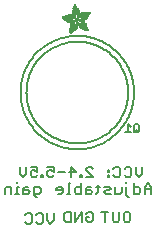
<source format=gbr>
G04 EAGLE Gerber RS-274X export*
G75*
%MOMM*%
%FSLAX34Y34*%
%LPD*%
%INSilkscreen Bottom*%
%IPPOS*%
%AMOC8*
5,1,8,0,0,1.08239X$1,22.5*%
G01*
%ADD10C,0.152400*%
%ADD11C,0.127000*%
%ADD12R,0.034300X0.003800*%
%ADD13R,0.057200X0.003800*%
%ADD14R,0.076200X0.003800*%
%ADD15R,0.091400X0.003800*%
%ADD16R,0.102900X0.003800*%
%ADD17R,0.114300X0.003900*%
%ADD18R,0.129500X0.003800*%
%ADD19R,0.137200X0.003800*%
%ADD20R,0.144800X0.003800*%
%ADD21R,0.152400X0.003800*%
%ADD22R,0.160000X0.003800*%
%ADD23R,0.171500X0.003800*%
%ADD24R,0.175300X0.003800*%
%ADD25R,0.182900X0.003800*%
%ADD26R,0.190500X0.003800*%
%ADD27R,0.194300X0.003900*%
%ADD28R,0.201900X0.003800*%
%ADD29R,0.209500X0.003800*%
%ADD30R,0.213400X0.003800*%
%ADD31R,0.221000X0.003800*%
%ADD32R,0.224800X0.003800*%
%ADD33R,0.232400X0.003800*%
%ADD34R,0.240000X0.003800*%
%ADD35R,0.243800X0.003800*%
%ADD36R,0.247600X0.003800*%
%ADD37R,0.255300X0.003900*%
%ADD38R,0.259100X0.003800*%
%ADD39R,0.262900X0.003800*%
%ADD40R,0.270500X0.003800*%
%ADD41R,0.274300X0.003800*%
%ADD42R,0.281900X0.003800*%
%ADD43R,0.285700X0.003800*%
%ADD44R,0.289500X0.003800*%
%ADD45R,0.297200X0.003800*%
%ADD46R,0.301000X0.003800*%
%ADD47R,0.304800X0.003900*%
%ADD48R,0.312400X0.003800*%
%ADD49R,0.316200X0.003800*%
%ADD50R,0.320000X0.003800*%
%ADD51R,0.327600X0.003800*%
%ADD52R,0.331500X0.003800*%
%ADD53R,0.339100X0.003800*%
%ADD54R,0.342900X0.003800*%
%ADD55R,0.346700X0.003800*%
%ADD56R,0.354300X0.003800*%
%ADD57R,0.358100X0.003900*%
%ADD58R,0.361900X0.003800*%
%ADD59R,0.369600X0.003800*%
%ADD60R,0.373400X0.003800*%
%ADD61R,0.377200X0.003800*%
%ADD62R,0.384800X0.003800*%
%ADD63R,0.388600X0.003800*%
%ADD64R,0.396200X0.003800*%
%ADD65R,0.400000X0.003800*%
%ADD66R,0.403800X0.003800*%
%ADD67R,0.411500X0.003900*%
%ADD68R,0.415300X0.003800*%
%ADD69R,0.419100X0.003800*%
%ADD70R,0.045700X0.003800*%
%ADD71R,0.426700X0.003800*%
%ADD72R,0.072400X0.003800*%
%ADD73R,0.430500X0.003800*%
%ADD74R,0.095300X0.003800*%
%ADD75R,0.438100X0.003800*%
%ADD76R,0.110500X0.003800*%
%ADD77R,0.441900X0.003800*%
%ADD78R,0.445800X0.003800*%
%ADD79R,0.144700X0.003800*%
%ADD80R,0.453400X0.003800*%
%ADD81R,0.457200X0.003800*%
%ADD82R,0.175300X0.003900*%
%ADD83R,0.461000X0.003900*%
%ADD84R,0.468600X0.003800*%
%ADD85R,0.205800X0.003800*%
%ADD86R,0.472400X0.003800*%
%ADD87R,0.217200X0.003800*%
%ADD88R,0.476200X0.003800*%
%ADD89R,0.483900X0.003800*%
%ADD90R,0.247700X0.003800*%
%ADD91R,0.487700X0.003800*%
%ADD92R,0.495300X0.003800*%
%ADD93R,0.499100X0.003800*%
%ADD94R,0.502900X0.003800*%
%ADD95R,0.510500X0.003800*%
%ADD96R,0.308600X0.003900*%
%ADD97R,0.514300X0.003900*%
%ADD98R,0.323800X0.003800*%
%ADD99R,0.518100X0.003800*%
%ADD100R,0.335300X0.003800*%
%ADD101R,0.525800X0.003800*%
%ADD102R,0.529600X0.003800*%
%ADD103R,0.358100X0.003800*%
%ADD104R,0.533400X0.003800*%
%ADD105R,0.537200X0.003800*%
%ADD106R,0.381000X0.003800*%
%ADD107R,0.544800X0.003800*%
%ADD108R,0.392400X0.003800*%
%ADD109R,0.548600X0.003800*%
%ADD110R,0.552400X0.003800*%
%ADD111R,0.556200X0.003800*%
%ADD112R,0.422900X0.003900*%
%ADD113R,0.560100X0.003900*%
%ADD114R,0.434300X0.003800*%
%ADD115R,0.563900X0.003800*%
%ADD116R,0.567700X0.003800*%
%ADD117R,0.461000X0.003800*%
%ADD118R,0.571500X0.003800*%
%ADD119R,0.575300X0.003800*%
%ADD120R,0.480100X0.003800*%
%ADD121R,0.579100X0.003800*%
%ADD122R,0.491500X0.003800*%
%ADD123R,0.582900X0.003800*%
%ADD124R,0.586700X0.003800*%
%ADD125R,0.510600X0.003800*%
%ADD126R,0.590500X0.003800*%
%ADD127R,0.522000X0.003800*%
%ADD128R,0.594300X0.003800*%
%ADD129R,0.533400X0.003900*%
%ADD130R,0.598200X0.003900*%
%ADD131R,0.541000X0.003800*%
%ADD132R,0.602000X0.003800*%
%ADD133R,0.552500X0.003800*%
%ADD134R,0.605800X0.003800*%
%ADD135R,0.560100X0.003800*%
%ADD136R,0.609600X0.003800*%
%ADD137R,0.613400X0.003800*%
%ADD138R,0.583000X0.003800*%
%ADD139R,0.617200X0.003800*%
%ADD140R,0.594400X0.003800*%
%ADD141R,0.621000X0.003800*%
%ADD142R,0.598200X0.003800*%
%ADD143R,0.624800X0.003800*%
%ADD144R,0.613500X0.003900*%
%ADD145R,0.628600X0.003900*%
%ADD146R,0.632400X0.003800*%
%ADD147R,0.628600X0.003800*%
%ADD148R,0.636300X0.003800*%
%ADD149R,0.640100X0.003800*%
%ADD150R,0.636200X0.003800*%
%ADD151R,0.643900X0.003800*%
%ADD152R,0.647700X0.003800*%
%ADD153R,0.651500X0.003800*%
%ADD154R,0.659100X0.003800*%
%ADD155R,0.659100X0.003900*%
%ADD156R,0.655300X0.003900*%
%ADD157R,0.662900X0.003800*%
%ADD158R,0.655300X0.003800*%
%ADD159R,0.670500X0.003800*%
%ADD160R,0.670600X0.003800*%
%ADD161R,0.674400X0.003800*%
%ADD162R,0.682000X0.003800*%
%ADD163R,0.666700X0.003800*%
%ADD164R,0.685800X0.003800*%
%ADD165R,0.689600X0.003800*%
%ADD166R,0.693400X0.003900*%
%ADD167R,0.674400X0.003900*%
%ADD168R,0.697200X0.003800*%
%ADD169R,0.678200X0.003800*%
%ADD170R,0.697300X0.003800*%
%ADD171R,0.701100X0.003800*%
%ADD172R,0.704900X0.003800*%
%ADD173R,0.708700X0.003800*%
%ADD174R,0.712500X0.003800*%
%ADD175R,0.716300X0.003800*%
%ADD176R,0.720100X0.003900*%
%ADD177R,0.689600X0.003900*%
%ADD178R,0.720000X0.003800*%
%ADD179R,0.693400X0.003800*%
%ADD180R,0.723900X0.003800*%
%ADD181R,0.727700X0.003800*%
%ADD182R,0.731500X0.003800*%
%ADD183R,0.701000X0.003800*%
%ADD184R,0.735300X0.003800*%
%ADD185R,0.731500X0.003900*%
%ADD186R,0.701000X0.003900*%
%ADD187R,0.704800X0.003800*%
%ADD188R,0.739100X0.003800*%
%ADD189R,0.743000X0.003800*%
%ADD190R,0.739200X0.003800*%
%ADD191R,0.743000X0.003900*%
%ADD192R,0.704800X0.003900*%
%ADD193R,0.746800X0.003800*%
%ADD194R,0.746800X0.003900*%
%ADD195R,0.742900X0.003800*%
%ADD196R,0.746700X0.003800*%
%ADD197R,0.746700X0.003900*%
%ADD198R,1.428800X0.003800*%
%ADD199R,1.424900X0.003800*%
%ADD200R,1.421100X0.003900*%
%ADD201R,1.421100X0.003800*%
%ADD202R,1.417300X0.003800*%
%ADD203R,1.413500X0.003800*%
%ADD204R,1.409700X0.003800*%
%ADD205R,1.405900X0.003800*%
%ADD206R,1.402100X0.003800*%
%ADD207R,1.398300X0.003800*%
%ADD208R,0.983000X0.003900*%
%ADD209R,0.384800X0.003900*%
%ADD210R,0.971600X0.003800*%
%ADD211R,0.963900X0.003800*%
%ADD212R,0.956300X0.003800*%
%ADD213R,0.365800X0.003800*%
%ADD214R,0.952500X0.003800*%
%ADD215R,0.941000X0.003800*%
%ADD216R,0.358200X0.003800*%
%ADD217R,0.937200X0.003800*%
%ADD218R,0.933400X0.003800*%
%ADD219R,0.354400X0.003800*%
%ADD220R,0.925800X0.003800*%
%ADD221R,0.350500X0.003800*%
%ADD222R,0.922000X0.003800*%
%ADD223R,0.918200X0.003900*%
%ADD224R,0.346700X0.003900*%
%ADD225R,0.910600X0.003800*%
%ADD226R,0.906800X0.003800*%
%ADD227R,0.903000X0.003800*%
%ADD228R,0.339000X0.003800*%
%ADD229R,0.895300X0.003800*%
%ADD230R,0.335200X0.003800*%
%ADD231R,0.887700X0.003800*%
%ADD232R,0.883900X0.003800*%
%ADD233R,0.331400X0.003800*%
%ADD234R,0.880100X0.003800*%
%ADD235R,0.876300X0.003800*%
%ADD236R,0.468600X0.003900*%
%ADD237R,0.396200X0.003900*%
%ADD238R,0.323800X0.003900*%
%ADD239R,0.449600X0.003800*%
%ADD240R,0.323900X0.003800*%
%ADD241R,0.442000X0.003800*%
%ADD242R,0.434400X0.003800*%
%ADD243R,0.320100X0.003800*%
%ADD244R,0.316300X0.003800*%
%ADD245R,0.426800X0.003800*%
%ADD246R,0.327700X0.003800*%
%ADD247R,0.312500X0.003800*%
%ADD248R,0.422900X0.003800*%
%ADD249R,0.308600X0.003800*%
%ADD250R,0.293400X0.003800*%
%ADD251R,0.304800X0.003800*%
%ADD252R,0.419100X0.003900*%
%ADD253R,0.285700X0.003900*%
%ADD254R,0.301000X0.003900*%
%ADD255R,0.411500X0.003800*%
%ADD256R,0.407700X0.003800*%
%ADD257R,0.289600X0.003800*%
%ADD258R,0.285800X0.003800*%
%ADD259R,0.403900X0.003800*%
%ADD260R,0.228600X0.003800*%
%ADD261R,0.403900X0.003900*%
%ADD262R,0.221000X0.003900*%
%ADD263R,0.278100X0.003900*%
%ADD264R,0.400100X0.003800*%
%ADD265R,0.209600X0.003800*%
%ADD266R,0.266700X0.003800*%
%ADD267R,0.038100X0.003800*%
%ADD268R,0.194300X0.003800*%
%ADD269R,0.148600X0.003800*%
%ADD270R,0.259000X0.003800*%
%ADD271R,0.182800X0.003800*%
%ADD272R,0.186700X0.003800*%
%ADD273R,0.251400X0.003800*%
%ADD274R,0.179100X0.003800*%
%ADD275R,0.236200X0.003800*%
%ADD276R,0.243900X0.003900*%
%ADD277R,0.282000X0.003900*%
%ADD278R,0.167700X0.003800*%
%ADD279R,0.236300X0.003800*%
%ADD280R,0.396300X0.003800*%
%ADD281R,0.163900X0.003800*%
%ADD282R,0.392500X0.003800*%
%ADD283R,0.160100X0.003800*%
%ADD284R,0.586800X0.003800*%
%ADD285R,0.148500X0.003800*%
%ADD286R,0.140900X0.003800*%
%ADD287R,0.392400X0.003900*%
%ADD288R,0.140900X0.003900*%
%ADD289R,0.647700X0.003900*%
%ADD290R,0.133300X0.003800*%
%ADD291R,0.674300X0.003800*%
%ADD292R,0.388700X0.003800*%
%ADD293R,0.125700X0.003800*%
%ADD294R,0.121900X0.003800*%
%ADD295R,0.720100X0.003800*%
%ADD296R,0.118100X0.003800*%
%ADD297R,0.118100X0.003900*%
%ADD298R,0.739100X0.003900*%
%ADD299R,0.114300X0.003800*%
%ADD300R,0.754400X0.003800*%
%ADD301R,0.765800X0.003800*%
%ADD302R,0.773400X0.003800*%
%ADD303R,0.784800X0.003800*%
%ADD304R,0.118200X0.003800*%
%ADD305R,0.792500X0.003800*%
%ADD306R,0.803900X0.003800*%
%ADD307R,0.122000X0.003800*%
%ADD308R,0.815400X0.003800*%
%ADD309R,0.125800X0.003800*%
%ADD310R,0.826800X0.003800*%
%ADD311R,0.369500X0.003900*%
%ADD312R,0.133400X0.003900*%
%ADD313R,0.842000X0.003900*%
%ADD314R,0.365700X0.003800*%
%ADD315R,1.009700X0.003800*%
%ADD316R,1.013500X0.003800*%
%ADD317R,0.362000X0.003800*%
%ADD318R,1.024900X0.003800*%
%ADD319R,1.028700X0.003800*%
%ADD320R,1.036300X0.003800*%
%ADD321R,1.047800X0.003800*%
%ADD322R,1.055400X0.003800*%
%ADD323R,1.070600X0.003800*%
%ADD324R,0.030500X0.003800*%
%ADD325R,1.436400X0.003800*%
%ADD326R,1.562100X0.003900*%
%ADD327R,1.588700X0.003800*%
%ADD328R,1.607800X0.003800*%
%ADD329R,1.626900X0.003800*%
%ADD330R,1.642100X0.003800*%
%ADD331R,1.657400X0.003800*%
%ADD332R,1.676400X0.003800*%
%ADD333R,1.687800X0.003800*%
%ADD334R,1.703000X0.003800*%
%ADD335R,1.714500X0.003800*%
%ADD336R,1.726000X0.003900*%
%ADD337R,1.741200X0.003800*%
%ADD338R,0.914400X0.003800*%
%ADD339R,0.769600X0.003800*%
%ADD340R,0.884000X0.003800*%
%ADD341R,0.712400X0.003800*%
%ADD342R,0.880100X0.003900*%
%ADD343R,0.887800X0.003800*%
%ADD344R,0.891600X0.003800*%
%ADD345R,0.895400X0.003800*%
%ADD346R,0.251500X0.003800*%
%ADD347R,0.579200X0.003900*%
%ADD348R,0.243900X0.003800*%
%ADD349R,0.556300X0.003800*%
%ADD350R,0.255200X0.003800*%
%ADD351R,0.529500X0.003800*%
%ADD352R,0.731600X0.003800*%
%ADD353R,0.525800X0.003900*%
%ADD354R,0.281900X0.003900*%
%ADD355R,0.735400X0.003900*%
%ADD356R,0.300900X0.003800*%
%ADD357R,0.762000X0.003800*%
%ADD358R,0.518200X0.003800*%
%ADD359R,0.350600X0.003800*%
%ADD360R,0.796300X0.003800*%
%ADD361R,0.807800X0.003800*%
%ADD362R,0.506700X0.003800*%
%ADD363R,0.849600X0.003800*%
%ADD364R,0.506700X0.003900*%
%ADD365R,1.371600X0.003900*%
%ADD366R,1.207800X0.003800*%
%ADD367R,0.503000X0.003800*%
%ADD368R,0.141000X0.003800*%
%ADD369R,1.203900X0.003800*%
%ADD370R,1.204000X0.003800*%
%ADD371R,1.200200X0.003800*%
%ADD372R,0.499100X0.003900*%
%ADD373R,0.156200X0.003900*%
%ADD374R,1.196400X0.003900*%
%ADD375R,1.196400X0.003800*%
%ADD376R,0.163800X0.003800*%
%ADD377R,0.167600X0.003800*%
%ADD378R,1.192500X0.003800*%
%ADD379R,0.499200X0.003800*%
%ADD380R,1.188700X0.003800*%
%ADD381R,0.506800X0.003800*%
%ADD382R,1.184900X0.003800*%
%ADD383R,0.510600X0.003900*%
%ADD384R,0.209600X0.003900*%
%ADD385R,1.181100X0.003900*%
%ADD386R,0.514400X0.003800*%
%ADD387R,1.181100X0.003800*%
%ADD388R,1.177300X0.003800*%
%ADD389R,0.240100X0.003800*%
%ADD390R,1.173500X0.003800*%
%ADD391R,1.169700X0.003800*%
%ADD392R,1.165900X0.003800*%
%ADD393R,1.162100X0.003800*%
%ADD394R,0.929700X0.003900*%
%ADD395R,1.162100X0.003900*%
%ADD396R,0.929700X0.003800*%
%ADD397R,1.154500X0.003800*%
%ADD398R,0.933500X0.003800*%
%ADD399R,1.150600X0.003800*%
%ADD400R,0.937300X0.003800*%
%ADD401R,1.146800X0.003800*%
%ADD402R,0.941100X0.003800*%
%ADD403R,1.139200X0.003800*%
%ADD404R,0.944900X0.003800*%
%ADD405R,1.135400X0.003800*%
%ADD406R,0.948700X0.003800*%
%ADD407R,1.127800X0.003800*%
%ADD408R,1.124000X0.003800*%
%ADD409R,1.116400X0.003800*%
%ADD410R,0.956300X0.003900*%
%ADD411R,1.104900X0.003900*%
%ADD412R,0.960100X0.003800*%
%ADD413R,1.093500X0.003800*%
%ADD414R,1.085900X0.003800*%
%ADD415R,0.967800X0.003800*%
%ADD416R,1.074500X0.003800*%
%ADD417R,1.063000X0.003800*%
%ADD418R,0.975400X0.003800*%
%ADD419R,1.036400X0.003800*%
%ADD420R,0.979200X0.003800*%
%ADD421R,1.021000X0.003800*%
%ADD422R,0.983000X0.003800*%
%ADD423R,1.009600X0.003800*%
%ADD424R,0.986800X0.003800*%
%ADD425R,0.998200X0.003800*%
%ADD426R,0.990600X0.003900*%
%ADD427R,0.986700X0.003900*%
%ADD428R,0.994400X0.003800*%
%ADD429R,0.975300X0.003800*%
%ADD430R,0.948600X0.003800*%
%ADD431R,1.002000X0.003800*%
%ADD432R,0.213300X0.003800*%
%ADD433R,0.217100X0.003800*%
%ADD434R,1.017300X0.003800*%
%ADD435R,0.666800X0.003800*%
%ADD436R,0.220900X0.003800*%
%ADD437R,1.028700X0.003900*%
%ADD438R,0.224700X0.003900*%
%ADD439R,1.032500X0.003800*%
%ADD440R,1.040100X0.003800*%
%ADD441R,1.043900X0.003800*%
%ADD442R,0.548700X0.003800*%
%ADD443R,1.051500X0.003800*%
%ADD444R,1.055300X0.003800*%
%ADD445R,1.059100X0.003800*%
%ADD446R,1.062900X0.003800*%
%ADD447R,0.255300X0.003800*%
%ADD448R,1.066800X0.003900*%
%ADD449R,0.259100X0.003900*%
%ADD450R,0.457200X0.003900*%
%ADD451R,0.423000X0.003800*%
%ADD452R,1.082100X0.003800*%
%ADD453R,0.274400X0.003800*%
%ADD454R,0.278200X0.003800*%
%ADD455R,1.101100X0.003800*%
%ADD456R,0.278100X0.003800*%
%ADD457R,0.876300X0.003900*%
%ADD458R,0.236200X0.003900*%
%ADD459R,0.289600X0.003900*%
%ADD460R,0.247700X0.003900*%
%ADD461R,0.049500X0.003800*%
%ADD462R,0.640100X0.003900*%
%ADD463R,0.659200X0.003800*%
%ADD464R,0.663000X0.003800*%
%ADD465R,0.872500X0.003900*%
%ADD466R,0.666800X0.003900*%
%ADD467R,0.872500X0.003800*%
%ADD468R,0.868700X0.003800*%
%ADD469R,0.864900X0.003800*%
%ADD470R,0.861100X0.003800*%
%ADD471R,0.857300X0.003800*%
%ADD472R,0.853400X0.003800*%
%ADD473R,0.845800X0.003800*%
%ADD474R,0.682000X0.003900*%
%ADD475R,0.842000X0.003800*%
%ADD476R,0.834400X0.003800*%
%ADD477R,0.823000X0.003800*%
%ADD478R,0.815300X0.003800*%
%ADD479R,0.811500X0.003800*%
%ADD480R,0.788700X0.003800*%
%ADD481R,0.777300X0.003900*%
%ADD482R,0.750600X0.003800*%
%ADD483R,0.735400X0.003800*%
%ADD484R,0.727800X0.003800*%
%ADD485R,0.628700X0.003800*%
%ADD486R,0.575400X0.003800*%
%ADD487R,0.670600X0.003900*%
%ADD488R,0.655400X0.003800*%
%ADD489R,0.651500X0.003900*%
%ADD490R,0.624800X0.003900*%
%ADD491R,0.594400X0.003900*%
%ADD492R,0.563900X0.003900*%
%ADD493R,0.541100X0.003800*%
%ADD494R,0.537300X0.003800*%
%ADD495R,0.525700X0.003800*%
%ADD496R,0.525700X0.003900*%
%ADD497R,0.514300X0.003800*%
%ADD498R,0.480100X0.003900*%
%ADD499R,0.464800X0.003800*%
%ADD500R,0.442000X0.003900*%
%ADD501R,0.438200X0.003800*%
%ADD502R,0.430600X0.003800*%
%ADD503R,0.407600X0.003800*%
%ADD504R,0.403800X0.003900*%
%ADD505R,0.365700X0.003900*%
%ADD506R,0.327700X0.003900*%
%ADD507R,0.243800X0.003900*%
%ADD508R,0.205800X0.003900*%
%ADD509R,0.198100X0.003800*%
%ADD510R,0.163800X0.003900*%
%ADD511R,0.137100X0.003800*%
%ADD512R,0.091500X0.003900*%
%ADD513R,0.060900X0.003800*%


D10*
X132588Y55372D02*
X132588Y61134D01*
X129707Y64015D01*
X126826Y61134D01*
X126826Y55372D01*
X126826Y59694D02*
X132588Y59694D01*
X117471Y64015D02*
X117471Y55372D01*
X121792Y55372D01*
X123233Y56813D01*
X123233Y59694D01*
X121792Y61134D01*
X117471Y61134D01*
X113878Y52491D02*
X112437Y52491D01*
X110997Y53931D01*
X110997Y61134D01*
X110997Y64015D02*
X110997Y65456D01*
X107641Y61134D02*
X107641Y56813D01*
X106200Y55372D01*
X101879Y55372D01*
X101879Y61134D01*
X98286Y55372D02*
X93964Y55372D01*
X92523Y56813D01*
X93964Y58253D01*
X96845Y58253D01*
X98286Y59694D01*
X96845Y61134D01*
X92523Y61134D01*
X87490Y62575D02*
X87490Y56813D01*
X86049Y55372D01*
X86049Y61134D02*
X88930Y61134D01*
X81253Y61134D02*
X78372Y61134D01*
X76931Y59694D01*
X76931Y55372D01*
X81253Y55372D01*
X82694Y56813D01*
X81253Y58253D01*
X76931Y58253D01*
X73339Y55372D02*
X73339Y64015D01*
X73339Y55372D02*
X69017Y55372D01*
X67576Y56813D01*
X67576Y59694D01*
X69017Y61134D01*
X73339Y61134D01*
X63983Y64015D02*
X62543Y64015D01*
X62543Y55372D01*
X63983Y55372D02*
X61102Y55372D01*
X56306Y55372D02*
X53425Y55372D01*
X56306Y55372D02*
X57747Y56813D01*
X57747Y59694D01*
X56306Y61134D01*
X53425Y61134D01*
X51984Y59694D01*
X51984Y58253D01*
X57747Y58253D01*
X36155Y52491D02*
X34714Y52491D01*
X33274Y53931D01*
X33274Y61134D01*
X37596Y61134D01*
X39036Y59694D01*
X39036Y56813D01*
X37596Y55372D01*
X33274Y55372D01*
X28240Y61134D02*
X25359Y61134D01*
X23919Y59694D01*
X23919Y55372D01*
X28240Y55372D01*
X29681Y56813D01*
X28240Y58253D01*
X23919Y58253D01*
X20326Y61134D02*
X18885Y61134D01*
X18885Y55372D01*
X17445Y55372D02*
X20326Y55372D01*
X18885Y64015D02*
X18885Y65456D01*
X14089Y61134D02*
X14089Y55372D01*
X14089Y61134D02*
X9767Y61134D01*
X8327Y59694D01*
X8327Y55372D01*
X124968Y72223D02*
X124968Y77985D01*
X124968Y72223D02*
X122087Y69342D01*
X119206Y72223D01*
X119206Y77985D01*
X111291Y77985D02*
X109851Y76545D01*
X111291Y77985D02*
X114172Y77985D01*
X115613Y76545D01*
X115613Y70783D01*
X114172Y69342D01*
X111291Y69342D01*
X109851Y70783D01*
X101936Y77985D02*
X100495Y76545D01*
X101936Y77985D02*
X104817Y77985D01*
X106258Y76545D01*
X106258Y70783D01*
X104817Y69342D01*
X101936Y69342D01*
X100495Y70783D01*
X96902Y75104D02*
X95462Y75104D01*
X95462Y73664D01*
X96902Y73664D01*
X96902Y75104D01*
X96902Y70783D02*
X95462Y70783D01*
X95462Y69342D01*
X96902Y69342D01*
X96902Y70783D01*
X82870Y69342D02*
X77107Y69342D01*
X77107Y75104D02*
X82870Y69342D01*
X77107Y75104D02*
X77107Y76545D01*
X78548Y77985D01*
X81429Y77985D01*
X82870Y76545D01*
X73514Y70783D02*
X73514Y69342D01*
X73514Y70783D02*
X72074Y70783D01*
X72074Y69342D01*
X73514Y69342D01*
X64515Y69342D02*
X64515Y77985D01*
X68837Y73664D01*
X63075Y73664D01*
X59482Y73664D02*
X53719Y73664D01*
X50127Y77985D02*
X44364Y77985D01*
X50127Y77985D02*
X50127Y73664D01*
X47245Y75104D01*
X45805Y75104D01*
X44364Y73664D01*
X44364Y70783D01*
X45805Y69342D01*
X48686Y69342D01*
X50127Y70783D01*
X40771Y70783D02*
X40771Y69342D01*
X40771Y70783D02*
X39331Y70783D01*
X39331Y69342D01*
X40771Y69342D01*
X36094Y77985D02*
X30331Y77985D01*
X36094Y77985D02*
X36094Y73664D01*
X33213Y75104D01*
X31772Y75104D01*
X30331Y73664D01*
X30331Y70783D01*
X31772Y69342D01*
X34653Y69342D01*
X36094Y70783D01*
X26739Y72223D02*
X26739Y77985D01*
X26739Y72223D02*
X23857Y69342D01*
X20976Y72223D01*
X20976Y77985D01*
X50038Y38615D02*
X50038Y32853D01*
X47157Y29972D01*
X44276Y32853D01*
X44276Y38615D01*
X36361Y38615D02*
X34921Y37175D01*
X36361Y38615D02*
X39242Y38615D01*
X40683Y37175D01*
X40683Y31413D01*
X39242Y29972D01*
X36361Y29972D01*
X34921Y31413D01*
X27006Y38615D02*
X25565Y37175D01*
X27006Y38615D02*
X29887Y38615D01*
X31328Y37175D01*
X31328Y31413D01*
X29887Y29972D01*
X27006Y29972D01*
X25565Y31413D01*
X77296Y38445D02*
X78736Y39885D01*
X81617Y39885D01*
X83058Y38445D01*
X83058Y32683D01*
X81617Y31242D01*
X78736Y31242D01*
X77296Y32683D01*
X77296Y35564D01*
X80177Y35564D01*
X73703Y39885D02*
X73703Y31242D01*
X67941Y31242D02*
X73703Y39885D01*
X67941Y39885D02*
X67941Y31242D01*
X64348Y31242D02*
X64348Y39885D01*
X64348Y31242D02*
X60026Y31242D01*
X58585Y32683D01*
X58585Y38445D01*
X60026Y39885D01*
X64348Y39885D01*
X110486Y39885D02*
X113367Y39885D01*
X114808Y38445D01*
X114808Y32683D01*
X113367Y31242D01*
X110486Y31242D01*
X109046Y32683D01*
X109046Y38445D01*
X110486Y39885D01*
X105453Y39885D02*
X105453Y32683D01*
X104012Y31242D01*
X101131Y31242D01*
X99691Y32683D01*
X99691Y39885D01*
X93217Y39885D02*
X93217Y31242D01*
X96098Y39885D02*
X90335Y39885D01*
D11*
X21840Y140970D02*
X21854Y142148D01*
X21898Y143326D01*
X21970Y144502D01*
X22071Y145676D01*
X22201Y146847D01*
X22360Y148015D01*
X22547Y149178D01*
X22762Y150336D01*
X23007Y151489D01*
X23279Y152635D01*
X23579Y153775D01*
X23907Y154907D01*
X24263Y156030D01*
X24646Y157144D01*
X25057Y158249D01*
X25495Y159343D01*
X25959Y160426D01*
X26449Y161497D01*
X26966Y162556D01*
X27509Y163602D01*
X28077Y164634D01*
X28670Y165652D01*
X29289Y166655D01*
X29931Y167643D01*
X30598Y168615D01*
X31288Y169570D01*
X32001Y170507D01*
X32738Y171427D01*
X33496Y172329D01*
X34277Y173212D01*
X35079Y174075D01*
X35902Y174918D01*
X36745Y175741D01*
X37608Y176543D01*
X38491Y177324D01*
X39393Y178082D01*
X40313Y178819D01*
X41250Y179532D01*
X42205Y180222D01*
X43177Y180889D01*
X44165Y181531D01*
X45168Y182150D01*
X46186Y182743D01*
X47218Y183311D01*
X48264Y183854D01*
X49323Y184371D01*
X50394Y184861D01*
X51477Y185325D01*
X52571Y185763D01*
X53676Y186174D01*
X54790Y186557D01*
X55913Y186913D01*
X57045Y187241D01*
X58185Y187541D01*
X59331Y187813D01*
X60484Y188058D01*
X61642Y188273D01*
X62805Y188460D01*
X63973Y188619D01*
X65144Y188749D01*
X66318Y188850D01*
X67494Y188922D01*
X68672Y188966D01*
X69850Y188980D01*
X71028Y188966D01*
X72206Y188922D01*
X73382Y188850D01*
X74556Y188749D01*
X75727Y188619D01*
X76895Y188460D01*
X78058Y188273D01*
X79216Y188058D01*
X80369Y187813D01*
X81515Y187541D01*
X82655Y187241D01*
X83787Y186913D01*
X84910Y186557D01*
X86024Y186174D01*
X87129Y185763D01*
X88223Y185325D01*
X89306Y184861D01*
X90377Y184371D01*
X91436Y183854D01*
X92482Y183311D01*
X93514Y182743D01*
X94532Y182150D01*
X95535Y181531D01*
X96523Y180889D01*
X97495Y180222D01*
X98450Y179532D01*
X99387Y178819D01*
X100307Y178082D01*
X101209Y177324D01*
X102092Y176543D01*
X102955Y175741D01*
X103798Y174918D01*
X104621Y174075D01*
X105423Y173212D01*
X106204Y172329D01*
X106962Y171427D01*
X107699Y170507D01*
X108412Y169570D01*
X109102Y168615D01*
X109769Y167643D01*
X110411Y166655D01*
X111030Y165652D01*
X111623Y164634D01*
X112191Y163602D01*
X112734Y162556D01*
X113251Y161497D01*
X113741Y160426D01*
X114205Y159343D01*
X114643Y158249D01*
X115054Y157144D01*
X115437Y156030D01*
X115793Y154907D01*
X116121Y153775D01*
X116421Y152635D01*
X116693Y151489D01*
X116938Y150336D01*
X117153Y149178D01*
X117340Y148015D01*
X117499Y146847D01*
X117629Y145676D01*
X117730Y144502D01*
X117802Y143326D01*
X117846Y142148D01*
X117860Y140970D01*
X117846Y139792D01*
X117802Y138614D01*
X117730Y137438D01*
X117629Y136264D01*
X117499Y135093D01*
X117340Y133925D01*
X117153Y132762D01*
X116938Y131604D01*
X116693Y130451D01*
X116421Y129305D01*
X116121Y128165D01*
X115793Y127033D01*
X115437Y125910D01*
X115054Y124796D01*
X114643Y123691D01*
X114205Y122597D01*
X113741Y121514D01*
X113251Y120443D01*
X112734Y119384D01*
X112191Y118338D01*
X111623Y117306D01*
X111030Y116288D01*
X110411Y115285D01*
X109769Y114297D01*
X109102Y113325D01*
X108412Y112370D01*
X107699Y111433D01*
X106962Y110513D01*
X106204Y109611D01*
X105423Y108728D01*
X104621Y107865D01*
X103798Y107022D01*
X102955Y106199D01*
X102092Y105397D01*
X101209Y104616D01*
X100307Y103858D01*
X99387Y103121D01*
X98450Y102408D01*
X97495Y101718D01*
X96523Y101051D01*
X95535Y100409D01*
X94532Y99790D01*
X93514Y99197D01*
X92482Y98629D01*
X91436Y98086D01*
X90377Y97569D01*
X89306Y97079D01*
X88223Y96615D01*
X87129Y96177D01*
X86024Y95766D01*
X84910Y95383D01*
X83787Y95027D01*
X82655Y94699D01*
X81515Y94399D01*
X80369Y94127D01*
X79216Y93882D01*
X78058Y93667D01*
X76895Y93480D01*
X75727Y93321D01*
X74556Y93191D01*
X73382Y93090D01*
X72206Y93018D01*
X71028Y92974D01*
X69850Y92960D01*
X68672Y92974D01*
X67494Y93018D01*
X66318Y93090D01*
X65144Y93191D01*
X63973Y93321D01*
X62805Y93480D01*
X61642Y93667D01*
X60484Y93882D01*
X59331Y94127D01*
X58185Y94399D01*
X57045Y94699D01*
X55913Y95027D01*
X54790Y95383D01*
X53676Y95766D01*
X52571Y96177D01*
X51477Y96615D01*
X50394Y97079D01*
X49323Y97569D01*
X48264Y98086D01*
X47218Y98629D01*
X46186Y99197D01*
X45168Y99790D01*
X44165Y100409D01*
X43177Y101051D01*
X42205Y101718D01*
X41250Y102408D01*
X40313Y103121D01*
X39393Y103858D01*
X38491Y104616D01*
X37608Y105397D01*
X36745Y106199D01*
X35902Y107022D01*
X35079Y107865D01*
X34277Y108728D01*
X33496Y109611D01*
X32738Y110513D01*
X32001Y111433D01*
X31288Y112370D01*
X30598Y113325D01*
X29931Y114297D01*
X29289Y115285D01*
X28670Y116288D01*
X28077Y117306D01*
X27509Y118338D01*
X26966Y119384D01*
X26449Y120443D01*
X25959Y121514D01*
X25495Y122597D01*
X25057Y123691D01*
X24646Y124796D01*
X24263Y125910D01*
X23907Y127033D01*
X23579Y128165D01*
X23279Y129305D01*
X23007Y130451D01*
X22762Y131604D01*
X22547Y132762D01*
X22360Y133925D01*
X22201Y135093D01*
X22071Y136264D01*
X21970Y137438D01*
X21898Y138614D01*
X21854Y139792D01*
X21840Y140970D01*
X26850Y140970D02*
X26863Y142025D01*
X26902Y143080D01*
X26967Y144133D01*
X27057Y145185D01*
X27173Y146234D01*
X27315Y147279D01*
X27483Y148321D01*
X27676Y149359D01*
X27895Y150391D01*
X28139Y151418D01*
X28408Y152439D01*
X28702Y153452D01*
X29020Y154458D01*
X29364Y155456D01*
X29731Y156445D01*
X30123Y157425D01*
X30539Y158395D01*
X30978Y159355D01*
X31441Y160303D01*
X31927Y161240D01*
X32436Y162165D01*
X32968Y163076D01*
X33521Y163975D01*
X34097Y164860D01*
X34694Y165730D01*
X35312Y166585D01*
X35951Y167425D01*
X36611Y168249D01*
X37290Y169056D01*
X37989Y169847D01*
X38707Y170620D01*
X39444Y171376D01*
X40200Y172113D01*
X40973Y172831D01*
X41764Y173530D01*
X42571Y174209D01*
X43395Y174869D01*
X44235Y175508D01*
X45090Y176126D01*
X45960Y176723D01*
X46845Y177299D01*
X47744Y177852D01*
X48655Y178384D01*
X49580Y178893D01*
X50517Y179379D01*
X51465Y179842D01*
X52425Y180281D01*
X53395Y180697D01*
X54375Y181089D01*
X55364Y181456D01*
X56362Y181800D01*
X57368Y182118D01*
X58381Y182412D01*
X59402Y182681D01*
X60429Y182925D01*
X61461Y183144D01*
X62499Y183337D01*
X63541Y183505D01*
X64586Y183647D01*
X65635Y183763D01*
X66687Y183853D01*
X67740Y183918D01*
X68795Y183957D01*
X69850Y183970D01*
X70905Y183957D01*
X71960Y183918D01*
X73013Y183853D01*
X74065Y183763D01*
X75114Y183647D01*
X76159Y183505D01*
X77201Y183337D01*
X78239Y183144D01*
X79271Y182925D01*
X80298Y182681D01*
X81319Y182412D01*
X82332Y182118D01*
X83338Y181800D01*
X84336Y181456D01*
X85325Y181089D01*
X86305Y180697D01*
X87275Y180281D01*
X88235Y179842D01*
X89183Y179379D01*
X90120Y178893D01*
X91045Y178384D01*
X91956Y177852D01*
X92855Y177299D01*
X93740Y176723D01*
X94610Y176126D01*
X95465Y175508D01*
X96305Y174869D01*
X97129Y174209D01*
X97936Y173530D01*
X98727Y172831D01*
X99500Y172113D01*
X100256Y171376D01*
X100993Y170620D01*
X101711Y169847D01*
X102410Y169056D01*
X103089Y168249D01*
X103749Y167425D01*
X104388Y166585D01*
X105006Y165730D01*
X105603Y164860D01*
X106179Y163975D01*
X106732Y163076D01*
X107264Y162165D01*
X107773Y161240D01*
X108259Y160303D01*
X108722Y159355D01*
X109161Y158395D01*
X109577Y157425D01*
X109969Y156445D01*
X110336Y155456D01*
X110680Y154458D01*
X110998Y153452D01*
X111292Y152439D01*
X111561Y151418D01*
X111805Y150391D01*
X112024Y149359D01*
X112217Y148321D01*
X112385Y147279D01*
X112527Y146234D01*
X112643Y145185D01*
X112733Y144133D01*
X112798Y143080D01*
X112837Y142025D01*
X112850Y140970D01*
X112837Y139915D01*
X112798Y138860D01*
X112733Y137807D01*
X112643Y136755D01*
X112527Y135706D01*
X112385Y134661D01*
X112217Y133619D01*
X112024Y132581D01*
X111805Y131549D01*
X111561Y130522D01*
X111292Y129501D01*
X110998Y128488D01*
X110680Y127482D01*
X110336Y126484D01*
X109969Y125495D01*
X109577Y124515D01*
X109161Y123545D01*
X108722Y122585D01*
X108259Y121637D01*
X107773Y120700D01*
X107264Y119775D01*
X106732Y118864D01*
X106179Y117965D01*
X105603Y117080D01*
X105006Y116210D01*
X104388Y115355D01*
X103749Y114515D01*
X103089Y113691D01*
X102410Y112884D01*
X101711Y112093D01*
X100993Y111320D01*
X100256Y110564D01*
X99500Y109827D01*
X98727Y109109D01*
X97936Y108410D01*
X97129Y107731D01*
X96305Y107071D01*
X95465Y106432D01*
X94610Y105814D01*
X93740Y105217D01*
X92855Y104641D01*
X91956Y104088D01*
X91045Y103556D01*
X90120Y103047D01*
X89183Y102561D01*
X88235Y102098D01*
X87275Y101659D01*
X86305Y101243D01*
X85325Y100851D01*
X84336Y100484D01*
X83338Y100140D01*
X82332Y99822D01*
X81319Y99528D01*
X80298Y99259D01*
X79271Y99015D01*
X78239Y98796D01*
X77201Y98603D01*
X76159Y98435D01*
X75114Y98293D01*
X74065Y98177D01*
X73013Y98087D01*
X71960Y98022D01*
X70905Y97983D01*
X69850Y97970D01*
X68795Y97983D01*
X67740Y98022D01*
X66687Y98087D01*
X65635Y98177D01*
X64586Y98293D01*
X63541Y98435D01*
X62499Y98603D01*
X61461Y98796D01*
X60429Y99015D01*
X59402Y99259D01*
X58381Y99528D01*
X57368Y99822D01*
X56362Y100140D01*
X55364Y100484D01*
X54375Y100851D01*
X53395Y101243D01*
X52425Y101659D01*
X51465Y102098D01*
X50517Y102561D01*
X49580Y103047D01*
X48655Y103556D01*
X47744Y104088D01*
X46845Y104641D01*
X45960Y105217D01*
X45090Y105814D01*
X44235Y106432D01*
X43395Y107071D01*
X42571Y107731D01*
X41764Y108410D01*
X40973Y109109D01*
X40200Y109827D01*
X39444Y110564D01*
X38707Y111320D01*
X37989Y112093D01*
X37290Y112884D01*
X36611Y113691D01*
X35951Y114515D01*
X35312Y115355D01*
X34694Y116210D01*
X34097Y117080D01*
X33521Y117965D01*
X32968Y118864D01*
X32436Y119775D01*
X31927Y120700D01*
X31441Y121637D01*
X30978Y122585D01*
X30539Y123545D01*
X30123Y124515D01*
X29731Y125495D01*
X29364Y126484D01*
X29020Y127482D01*
X28702Y128488D01*
X28408Y129501D01*
X28139Y130522D01*
X27895Y131549D01*
X27676Y132581D01*
X27483Y133619D01*
X27315Y134661D01*
X27173Y135706D01*
X27057Y136755D01*
X26967Y137807D01*
X26902Y138860D01*
X26863Y139915D01*
X26850Y140970D01*
D10*
X122428Y112950D02*
X122428Y108544D01*
X122428Y112950D02*
X121326Y114052D01*
X119123Y114052D01*
X118022Y112950D01*
X118022Y108544D01*
X119123Y107442D01*
X121326Y107442D01*
X122428Y108544D01*
X120225Y109645D02*
X118022Y107442D01*
X114944Y111848D02*
X112741Y114052D01*
X112741Y107442D01*
X114944Y107442D02*
X110537Y107442D01*
D12*
X64212Y190500D03*
D13*
X64211Y190538D03*
D14*
X64230Y190576D03*
D15*
X64230Y190614D03*
D16*
X64212Y190652D03*
D17*
X64231Y190691D03*
D18*
X64231Y190729D03*
D19*
X64230Y190767D03*
D20*
X64230Y190805D03*
D21*
X64268Y190843D03*
D22*
X64268Y190881D03*
D23*
X64288Y190919D03*
D24*
X64307Y190957D03*
D25*
X64307Y190995D03*
D26*
X64345Y191033D03*
D27*
X64364Y191072D03*
D28*
X64364Y191110D03*
D29*
X64402Y191148D03*
D30*
X64421Y191186D03*
D31*
X64459Y191224D03*
D32*
X64478Y191262D03*
D33*
X64478Y191300D03*
D34*
X64516Y191338D03*
D35*
X64535Y191376D03*
D36*
X64554Y191414D03*
D37*
X64593Y191453D03*
D38*
X64612Y191491D03*
D39*
X64631Y191529D03*
D40*
X64669Y191567D03*
D41*
X64688Y191605D03*
D42*
X64726Y191643D03*
D43*
X64745Y191681D03*
D44*
X64764Y191719D03*
D45*
X64802Y191757D03*
D46*
X64821Y191795D03*
D47*
X64840Y191834D03*
D48*
X64878Y191872D03*
D49*
X64897Y191910D03*
D50*
X64916Y191948D03*
D51*
X64954Y191986D03*
D52*
X64974Y192024D03*
D53*
X65012Y192062D03*
D54*
X65031Y192100D03*
D55*
X65050Y192138D03*
D56*
X65088Y192176D03*
D57*
X65107Y192215D03*
D58*
X65126Y192253D03*
D59*
X65164Y192291D03*
D60*
X65183Y192329D03*
D61*
X65202Y192367D03*
D62*
X65240Y192405D03*
D63*
X65259Y192443D03*
D64*
X65297Y192481D03*
D65*
X65316Y192519D03*
D66*
X65335Y192557D03*
D67*
X65374Y192596D03*
D68*
X65393Y192634D03*
D69*
X65412Y192672D03*
D70*
X78175Y192710D03*
D71*
X65450Y192710D03*
D72*
X78156Y192748D03*
D73*
X65469Y192748D03*
D74*
X78118Y192786D03*
D75*
X65507Y192786D03*
D76*
X78080Y192824D03*
D77*
X65526Y192824D03*
D18*
X78061Y192862D03*
D78*
X65545Y192862D03*
D79*
X78023Y192900D03*
D80*
X65583Y192900D03*
D22*
X77984Y192938D03*
D81*
X65602Y192938D03*
D82*
X77947Y192977D03*
D83*
X65621Y192977D03*
D26*
X77909Y193015D03*
D84*
X65659Y193015D03*
D85*
X77870Y193053D03*
D86*
X65678Y193053D03*
D87*
X77813Y193091D03*
D88*
X65697Y193091D03*
D33*
X77775Y193129D03*
D89*
X65736Y193129D03*
D90*
X77737Y193167D03*
D91*
X65755Y193167D03*
D38*
X77680Y193205D03*
D92*
X65793Y193205D03*
D41*
X77642Y193243D03*
D93*
X65812Y193243D03*
D43*
X77585Y193281D03*
D94*
X65831Y193281D03*
D45*
X77527Y193319D03*
D95*
X65869Y193319D03*
D96*
X77470Y193358D03*
D97*
X65888Y193358D03*
D98*
X77432Y193396D03*
D99*
X65907Y193396D03*
D100*
X77375Y193434D03*
D101*
X65945Y193434D03*
D55*
X77318Y193472D03*
D102*
X65964Y193472D03*
D103*
X77261Y193510D03*
D104*
X65983Y193510D03*
D59*
X77203Y193548D03*
D105*
X66002Y193548D03*
D106*
X77146Y193586D03*
D107*
X66040Y193586D03*
D108*
X77089Y193624D03*
D109*
X66059Y193624D03*
D66*
X77032Y193662D03*
D110*
X66078Y193662D03*
D68*
X76975Y193700D03*
D111*
X66097Y193700D03*
D112*
X76899Y193739D03*
D113*
X66117Y193739D03*
D114*
X76842Y193777D03*
D115*
X66136Y193777D03*
D78*
X76784Y193815D03*
D116*
X66155Y193815D03*
D117*
X76708Y193853D03*
D118*
X66174Y193853D03*
D86*
X76651Y193891D03*
D119*
X66193Y193891D03*
D120*
X76575Y193929D03*
D121*
X66212Y193929D03*
D122*
X76518Y193967D03*
D123*
X66231Y193967D03*
D94*
X76461Y194005D03*
D124*
X66250Y194005D03*
D125*
X76384Y194043D03*
D126*
X66269Y194043D03*
D127*
X76327Y194081D03*
D128*
X66288Y194081D03*
D129*
X76270Y194120D03*
D130*
X66307Y194120D03*
D131*
X76194Y194158D03*
D132*
X66326Y194158D03*
D133*
X76137Y194196D03*
D134*
X66345Y194196D03*
D135*
X76099Y194234D03*
D134*
X66345Y194234D03*
D118*
X76042Y194272D03*
D136*
X66364Y194272D03*
D119*
X75985Y194310D03*
D137*
X66383Y194310D03*
D138*
X75946Y194348D03*
D139*
X66402Y194348D03*
D140*
X75889Y194386D03*
D141*
X66421Y194386D03*
D142*
X75832Y194424D03*
D141*
X66421Y194424D03*
D134*
X75794Y194462D03*
D143*
X66440Y194462D03*
D144*
X75756Y194501D03*
D145*
X66459Y194501D03*
D137*
X75717Y194539D03*
D146*
X66478Y194539D03*
D141*
X75679Y194577D03*
D146*
X66478Y194577D03*
D147*
X75641Y194615D03*
D148*
X66498Y194615D03*
D146*
X75584Y194653D03*
D149*
X66517Y194653D03*
D150*
X75565Y194691D03*
D151*
X66536Y194691D03*
X75527Y194729D03*
X66536Y194729D03*
D152*
X75470Y194767D03*
X66555Y194767D03*
D153*
X75451Y194805D03*
X66574Y194805D03*
D154*
X75413Y194843D03*
D153*
X66574Y194843D03*
D155*
X75375Y194882D03*
D156*
X66593Y194882D03*
D157*
X75356Y194920D03*
D158*
X66593Y194920D03*
D159*
X75318Y194958D03*
D154*
X66612Y194958D03*
D160*
X75279Y194996D03*
D157*
X66631Y194996D03*
D161*
X75260Y195034D03*
D157*
X66631Y195034D03*
D162*
X75222Y195072D03*
D163*
X66650Y195072D03*
D162*
X75184Y195110D03*
D163*
X66650Y195110D03*
D164*
X75165Y195148D03*
D159*
X66669Y195148D03*
D165*
X75146Y195186D03*
D159*
X66669Y195186D03*
D165*
X75108Y195224D03*
D161*
X66688Y195224D03*
D166*
X75089Y195263D03*
D167*
X66688Y195263D03*
D168*
X75070Y195301D03*
D169*
X66707Y195301D03*
D170*
X75032Y195339D03*
D169*
X66707Y195339D03*
D171*
X75013Y195377D03*
D169*
X66707Y195377D03*
D172*
X74994Y195415D03*
D162*
X66726Y195415D03*
D172*
X74956Y195453D03*
D162*
X66726Y195453D03*
D173*
X74937Y195491D03*
D164*
X66745Y195491D03*
D174*
X74918Y195529D03*
D164*
X66745Y195529D03*
D174*
X74880Y195567D03*
D164*
X66745Y195567D03*
D175*
X74861Y195605D03*
D165*
X66764Y195605D03*
D176*
X74842Y195644D03*
D177*
X66764Y195644D03*
D178*
X74803Y195682D03*
D179*
X66783Y195682D03*
D180*
X74784Y195720D03*
D179*
X66783Y195720D03*
D180*
X74784Y195758D03*
D179*
X66783Y195758D03*
D180*
X74746Y195796D03*
D179*
X66783Y195796D03*
D181*
X74727Y195834D03*
D168*
X66802Y195834D03*
D182*
X74708Y195872D03*
D168*
X66802Y195872D03*
D181*
X74689Y195910D03*
D168*
X66802Y195910D03*
D182*
X74670Y195948D03*
D183*
X66821Y195948D03*
D184*
X74651Y195986D03*
D183*
X66821Y195986D03*
D185*
X74632Y196025D03*
D186*
X66821Y196025D03*
D184*
X74613Y196063D03*
D183*
X66821Y196063D03*
D184*
X74613Y196101D03*
D187*
X66840Y196101D03*
D184*
X74575Y196139D03*
D183*
X66859Y196139D03*
D188*
X74556Y196177D03*
D183*
X66859Y196177D03*
D188*
X74556Y196215D03*
D183*
X66859Y196215D03*
D188*
X74518Y196253D03*
D183*
X66859Y196253D03*
D188*
X74518Y196291D03*
D183*
X66859Y196291D03*
D189*
X74498Y196329D03*
D187*
X66878Y196329D03*
D190*
X74479Y196367D03*
D187*
X66878Y196367D03*
D191*
X74460Y196406D03*
D192*
X66878Y196406D03*
D189*
X74460Y196444D03*
D187*
X66878Y196444D03*
D189*
X74422Y196482D03*
D187*
X66878Y196482D03*
D189*
X74422Y196520D03*
D187*
X66878Y196520D03*
D189*
X74422Y196558D03*
D187*
X66878Y196558D03*
D189*
X74384Y196596D03*
D183*
X66897Y196596D03*
D189*
X74384Y196634D03*
D183*
X66897Y196634D03*
D193*
X74365Y196672D03*
D183*
X66897Y196672D03*
D189*
X74346Y196710D03*
D183*
X66897Y196710D03*
D189*
X74346Y196748D03*
D183*
X66897Y196748D03*
D194*
X74327Y196787D03*
D186*
X66897Y196787D03*
D195*
X74308Y196825D03*
D183*
X66897Y196825D03*
D195*
X74308Y196863D03*
D168*
X66916Y196863D03*
D196*
X74289Y196901D03*
D168*
X66916Y196901D03*
D195*
X74270Y196939D03*
D168*
X66916Y196939D03*
D195*
X74270Y196977D03*
D168*
X66916Y196977D03*
D195*
X74270Y197015D03*
D168*
X66916Y197015D03*
D196*
X74251Y197053D03*
D179*
X66935Y197053D03*
D195*
X74232Y197091D03*
D179*
X66935Y197091D03*
D195*
X74232Y197129D03*
D179*
X66935Y197129D03*
D197*
X74213Y197168D03*
D166*
X66935Y197168D03*
D195*
X74194Y197206D03*
D165*
X66954Y197206D03*
D195*
X74194Y197244D03*
D165*
X66954Y197244D03*
D196*
X74175Y197282D03*
D165*
X66954Y197282D03*
D195*
X74156Y197320D03*
D165*
X66954Y197320D03*
D195*
X74156Y197358D03*
D164*
X66973Y197358D03*
D195*
X74156Y197396D03*
D164*
X66973Y197396D03*
D198*
X70688Y197434D03*
X70688Y197472D03*
D199*
X70708Y197510D03*
D200*
X70689Y197549D03*
D201*
X70689Y197587D03*
D202*
X70708Y197625D03*
D203*
X70689Y197663D03*
X70689Y197701D03*
D204*
X70708Y197739D03*
D205*
X70689Y197777D03*
X70689Y197815D03*
D206*
X70708Y197853D03*
D207*
X70689Y197891D03*
D208*
X72765Y197930D03*
D209*
X65659Y197930D03*
D210*
X72822Y197968D03*
D61*
X65621Y197968D03*
D211*
X72822Y198006D03*
D60*
X65602Y198006D03*
D212*
X72860Y198044D03*
D213*
X65602Y198044D03*
D214*
X72879Y198082D03*
D213*
X65602Y198082D03*
D215*
X72898Y198120D03*
D216*
X65602Y198120D03*
D217*
X72917Y198158D03*
D216*
X65602Y198158D03*
D218*
X72936Y198196D03*
D219*
X65621Y198196D03*
D220*
X72936Y198234D03*
D221*
X65602Y198234D03*
D222*
X72955Y198272D03*
D55*
X65621Y198272D03*
D223*
X72974Y198311D03*
D224*
X65621Y198311D03*
D225*
X72974Y198349D03*
D54*
X65640Y198349D03*
D226*
X72993Y198387D03*
D54*
X65640Y198387D03*
D227*
X73012Y198425D03*
D228*
X65659Y198425D03*
D229*
X73013Y198463D03*
D228*
X65659Y198463D03*
D229*
X73013Y198501D03*
D230*
X65678Y198501D03*
D231*
X73013Y198539D03*
D230*
X65678Y198539D03*
D232*
X73032Y198577D03*
D233*
X65697Y198577D03*
D234*
X73051Y198615D03*
D51*
X65716Y198615D03*
D235*
X73032Y198653D03*
D51*
X65716Y198653D03*
D236*
X75070Y198692D03*
D237*
X70669Y198692D03*
D238*
X65735Y198692D03*
D239*
X75127Y198730D03*
D59*
X70574Y198730D03*
D240*
X65774Y198730D03*
D241*
X75165Y198768D03*
D103*
X70517Y198768D03*
D240*
X65774Y198768D03*
D242*
X75165Y198806D03*
D55*
X70498Y198806D03*
D243*
X65793Y198806D03*
D242*
X75165Y198844D03*
D100*
X70479Y198844D03*
D244*
X65812Y198844D03*
D245*
X75165Y198882D03*
D246*
X70441Y198882D03*
D247*
X65831Y198882D03*
D245*
X75165Y198920D03*
D244*
X70422Y198920D03*
D247*
X65831Y198920D03*
D248*
X75146Y198958D03*
D249*
X70383Y198958D03*
D247*
X65869Y198958D03*
D248*
X75146Y198996D03*
D46*
X70383Y198996D03*
D249*
X65888Y198996D03*
D69*
X75127Y199034D03*
D250*
X70345Y199034D03*
D251*
X65907Y199034D03*
D252*
X75127Y199073D03*
D253*
X70346Y199073D03*
D254*
X65926Y199073D03*
D68*
X75108Y199111D03*
D41*
X70327Y199111D03*
D46*
X65964Y199111D03*
D68*
X75108Y199149D03*
D40*
X70308Y199149D03*
D45*
X65983Y199149D03*
D255*
X75089Y199187D03*
D39*
X70308Y199187D03*
D250*
X66002Y199187D03*
D255*
X75089Y199225D03*
D38*
X70289Y199225D03*
D250*
X66040Y199225D03*
D256*
X75070Y199263D03*
D36*
X70269Y199263D03*
D257*
X66059Y199263D03*
D256*
X75032Y199301D03*
D35*
X70250Y199301D03*
D258*
X66078Y199301D03*
D256*
X75032Y199339D03*
D34*
X70231Y199339D03*
D258*
X66116Y199339D03*
D259*
X75013Y199377D03*
D33*
X70231Y199377D03*
D42*
X66136Y199377D03*
D256*
X74994Y199415D03*
D260*
X70212Y199415D03*
D42*
X66174Y199415D03*
D261*
X74975Y199454D03*
D262*
X70212Y199454D03*
D263*
X66193Y199454D03*
D264*
X74956Y199492D03*
D87*
X70193Y199492D03*
D40*
X66231Y199492D03*
D259*
X74937Y199530D03*
D265*
X70193Y199530D03*
D40*
X66269Y199530D03*
D264*
X74918Y199568D03*
D85*
X70174Y199568D03*
D266*
X66288Y199568D03*
D267*
X63812Y199568D03*
D65*
X74879Y199606D03*
D28*
X70155Y199606D03*
D39*
X66345Y199606D03*
D76*
X63793Y199606D03*
D65*
X74879Y199644D03*
D268*
X70155Y199644D03*
D38*
X66364Y199644D03*
D269*
X63792Y199644D03*
D65*
X74841Y199682D03*
D26*
X70136Y199682D03*
D270*
X66402Y199682D03*
D271*
X63773Y199682D03*
D64*
X74822Y199720D03*
D272*
X70117Y199720D03*
D273*
X66440Y199720D03*
D30*
X63773Y199720D03*
D64*
X74784Y199758D03*
D274*
X70117Y199758D03*
D273*
X66478Y199758D03*
D275*
X63773Y199758D03*
D65*
X74765Y199796D03*
D274*
X70117Y199796D03*
D35*
X66516Y199796D03*
D270*
X63773Y199796D03*
D237*
X74746Y199835D03*
D82*
X70098Y199835D03*
D276*
X66555Y199835D03*
D277*
X63773Y199835D03*
D64*
X74708Y199873D03*
D278*
X70098Y199873D03*
D279*
X66593Y199873D03*
D46*
X63754Y199873D03*
D280*
X74670Y199911D03*
D281*
X70079Y199911D03*
D279*
X66631Y199911D03*
D50*
X63773Y199911D03*
D282*
X74651Y199949D03*
D283*
X70060Y199949D03*
D260*
X66669Y199949D03*
D54*
X63774Y199949D03*
D280*
X74632Y199987D03*
D283*
X70060Y199987D03*
D284*
X64916Y199987D03*
D280*
X74594Y200025D03*
D21*
X70060Y200025D03*
D142*
X64897Y200025D03*
D282*
X74575Y200063D03*
D285*
X70041Y200063D03*
D134*
X64859Y200063D03*
D108*
X74536Y200101D03*
D285*
X70041Y200101D03*
D141*
X64821Y200101D03*
D108*
X74498Y200139D03*
D79*
X70022Y200139D03*
D143*
X64802Y200139D03*
D108*
X74460Y200177D03*
D286*
X70003Y200177D03*
D148*
X64783Y200177D03*
D287*
X74422Y200216D03*
D288*
X70003Y200216D03*
D289*
X64764Y200216D03*
D63*
X74403Y200254D03*
D290*
X70003Y200254D03*
D158*
X64726Y200254D03*
D63*
X74365Y200292D03*
D290*
X70003Y200292D03*
D163*
X64707Y200292D03*
D63*
X74327Y200330D03*
D18*
X69984Y200330D03*
D291*
X64707Y200330D03*
D63*
X74289Y200368D03*
D18*
X69984Y200368D03*
D164*
X64687Y200368D03*
D292*
X74251Y200406D03*
D293*
X69965Y200406D03*
D179*
X64649Y200406D03*
D292*
X74213Y200444D03*
D293*
X69965Y200444D03*
D171*
X64650Y200444D03*
D63*
X74174Y200482D03*
D294*
X69946Y200482D03*
D174*
X64631Y200482D03*
D62*
X74117Y200520D03*
D294*
X69946Y200520D03*
D295*
X64631Y200520D03*
D62*
X74079Y200558D03*
D296*
X69927Y200558D03*
D181*
X64631Y200558D03*
D209*
X74041Y200597D03*
D297*
X69927Y200597D03*
D298*
X64612Y200597D03*
D62*
X74003Y200635D03*
D299*
X69908Y200635D03*
D193*
X64611Y200635D03*
D106*
X73946Y200673D03*
D296*
X69889Y200673D03*
D300*
X64611Y200673D03*
D106*
X73908Y200711D03*
D296*
X69889Y200711D03*
D301*
X64592Y200711D03*
D106*
X73831Y200749D03*
D296*
X69889Y200749D03*
D302*
X64592Y200749D03*
D106*
X73793Y200787D03*
D299*
X69870Y200787D03*
D303*
X64573Y200787D03*
D61*
X73736Y200825D03*
D304*
X69850Y200825D03*
D305*
X64574Y200825D03*
D60*
X73679Y200863D03*
D304*
X69850Y200863D03*
D306*
X64593Y200863D03*
D60*
X73603Y200901D03*
D307*
X69831Y200901D03*
D308*
X64573Y200901D03*
D60*
X73565Y200939D03*
D309*
X69812Y200939D03*
D310*
X64592Y200939D03*
D311*
X73470Y200978D03*
D312*
X69774Y200978D03*
D313*
X64592Y200978D03*
D314*
X73413Y201016D03*
D315*
X65393Y201016D03*
D213*
X73336Y201054D03*
D316*
X65374Y201054D03*
D317*
X73241Y201092D03*
D318*
X65355Y201092D03*
D103*
X73146Y201130D03*
D319*
X65336Y201130D03*
D56*
X73051Y201168D03*
D320*
X65336Y201168D03*
D221*
X72956Y201206D03*
D321*
X65316Y201206D03*
D55*
X72822Y201244D03*
D322*
X65316Y201244D03*
D55*
X72708Y201282D03*
D323*
X65316Y201282D03*
D324*
X74937Y201320D03*
D325*
X67107Y201320D03*
D326*
X67698Y201359D03*
D327*
X67755Y201397D03*
D328*
X67812Y201435D03*
D329*
X67831Y201473D03*
D330*
X67869Y201511D03*
D331*
X67907Y201549D03*
D332*
X67926Y201587D03*
D333*
X67945Y201625D03*
D334*
X67945Y201663D03*
D335*
X67965Y201701D03*
D336*
X67983Y201740D03*
D337*
X67983Y201778D03*
D338*
X72193Y201816D03*
D339*
X63087Y201816D03*
D229*
X72365Y201854D03*
D189*
X62916Y201854D03*
D232*
X72460Y201892D03*
D182*
X62783Y201892D03*
D340*
X72536Y201930D03*
D295*
X62688Y201930D03*
D232*
X72613Y201968D03*
D341*
X62573Y201968D03*
D234*
X72670Y202006D03*
D172*
X62497Y202006D03*
D234*
X72746Y202044D03*
D170*
X62421Y202044D03*
D234*
X72784Y202082D03*
D168*
X62344Y202082D03*
D342*
X72822Y202121D03*
D166*
X62287Y202121D03*
D343*
X72860Y202159D03*
D165*
X62192Y202159D03*
D343*
X72898Y202197D03*
D165*
X62154Y202197D03*
D344*
X72917Y202235D03*
D164*
X62097Y202235D03*
D345*
X72936Y202273D03*
D164*
X62020Y202273D03*
D227*
X72974Y202311D03*
D164*
X61982Y202311D03*
D226*
X72993Y202349D03*
D162*
X61925Y202349D03*
D225*
X73012Y202387D03*
D164*
X61868Y202387D03*
D136*
X74555Y202425D03*
D39*
X69774Y202425D03*
D164*
X61830Y202425D03*
D126*
X74689Y202463D03*
D346*
X69679Y202463D03*
D165*
X61773Y202463D03*
D347*
X74784Y202502D03*
D276*
X69641Y202502D03*
D177*
X61735Y202502D03*
D116*
X74880Y202540D03*
D348*
X69603Y202540D03*
D179*
X61716Y202540D03*
D115*
X74937Y202578D03*
D35*
X69564Y202578D03*
D170*
X61659Y202578D03*
D135*
X75032Y202616D03*
D36*
X69545Y202616D03*
D170*
X61621Y202616D03*
D349*
X75089Y202654D03*
D36*
X69507Y202654D03*
D172*
X61583Y202654D03*
D109*
X75165Y202692D03*
D273*
X69488Y202692D03*
D173*
X61564Y202692D03*
D131*
X75203Y202730D03*
D350*
X69469Y202730D03*
D174*
X61545Y202730D03*
D105*
X75260Y202768D03*
D39*
X69431Y202768D03*
D295*
X61507Y202768D03*
D104*
X75317Y202806D03*
D266*
X69412Y202806D03*
D180*
X61488Y202806D03*
D351*
X75375Y202844D03*
D41*
X69374Y202844D03*
D352*
X61449Y202844D03*
D353*
X75432Y202883D03*
D354*
X69336Y202883D03*
D355*
X61430Y202883D03*
D101*
X75470Y202921D03*
D44*
X69298Y202921D03*
D189*
X61430Y202921D03*
D127*
X75527Y202959D03*
D356*
X69279Y202959D03*
D300*
X61411Y202959D03*
D127*
X75565Y202997D03*
D249*
X69240Y202997D03*
D357*
X61411Y202997D03*
D358*
X75622Y203035D03*
D240*
X69203Y203035D03*
D339*
X61411Y203035D03*
D358*
X75660Y203073D03*
D100*
X69146Y203073D03*
D303*
X61411Y203073D03*
D95*
X75699Y203111D03*
D359*
X69107Y203111D03*
D360*
X61430Y203111D03*
D95*
X75737Y203149D03*
D59*
X69050Y203149D03*
D361*
X61449Y203149D03*
D362*
X75794Y203187D03*
D63*
X68955Y203187D03*
D310*
X61468Y203187D03*
D362*
X75832Y203225D03*
D68*
X68860Y203225D03*
D363*
X61544Y203225D03*
D364*
X75870Y203264D03*
D365*
X64116Y203264D03*
D94*
X75889Y203302D03*
D20*
X70288Y203302D03*
D366*
X63259Y203302D03*
D367*
X75927Y203340D03*
D368*
X70345Y203340D03*
D369*
X63202Y203340D03*
D367*
X75965Y203378D03*
D286*
X70384Y203378D03*
D369*
X63164Y203378D03*
D93*
X75985Y203416D03*
D286*
X70422Y203416D03*
D369*
X63126Y203416D03*
D93*
X76023Y203454D03*
D79*
X70441Y203454D03*
D370*
X63087Y203454D03*
D93*
X76061Y203492D03*
D20*
X70479Y203492D03*
D371*
X63068Y203492D03*
D93*
X76099Y203530D03*
D20*
X70517Y203530D03*
D371*
X63030Y203530D03*
D92*
X76118Y203568D03*
D269*
X70536Y203568D03*
D371*
X62992Y203568D03*
D92*
X76156Y203606D03*
D21*
X70593Y203606D03*
D371*
X62992Y203606D03*
D372*
X76175Y203645D03*
D373*
X70612Y203645D03*
D374*
X62973Y203645D03*
D93*
X76213Y203683D03*
D22*
X70631Y203683D03*
D375*
X62935Y203683D03*
D92*
X76232Y203721D03*
D376*
X70688Y203721D03*
D375*
X62935Y203721D03*
D93*
X76251Y203759D03*
D377*
X70707Y203759D03*
D378*
X62916Y203759D03*
D93*
X76289Y203797D03*
D24*
X70746Y203797D03*
D378*
X62916Y203797D03*
D367*
X76308Y203835D03*
D274*
X70765Y203835D03*
D378*
X62878Y203835D03*
D379*
X76327Y203873D03*
D25*
X70822Y203873D03*
D378*
X62878Y203873D03*
D367*
X76346Y203911D03*
D26*
X70860Y203911D03*
D380*
X62859Y203911D03*
D381*
X76365Y203949D03*
D268*
X70879Y203949D03*
D380*
X62859Y203949D03*
D381*
X76365Y203987D03*
D28*
X70917Y203987D03*
D382*
X62840Y203987D03*
D383*
X76384Y204026D03*
D384*
X70955Y204026D03*
D385*
X62859Y204026D03*
D386*
X76403Y204064D03*
D30*
X71012Y204064D03*
D387*
X62859Y204064D03*
D358*
X76422Y204102D03*
D31*
X71050Y204102D03*
D388*
X62840Y204102D03*
D358*
X76422Y204140D03*
D33*
X71107Y204140D03*
D388*
X62840Y204140D03*
D101*
X76422Y204178D03*
D389*
X71146Y204178D03*
D390*
X62821Y204178D03*
D102*
X76441Y204216D03*
D346*
X71203Y204216D03*
D390*
X62821Y204216D03*
D105*
X76441Y204254D03*
D39*
X71260Y204254D03*
D391*
X62840Y204254D03*
D131*
X76422Y204292D03*
D41*
X71317Y204292D03*
D392*
X62821Y204292D03*
D110*
X76403Y204330D03*
D257*
X71393Y204330D03*
D392*
X62821Y204330D03*
D118*
X76347Y204368D03*
D48*
X71507Y204368D03*
D393*
X62840Y204368D03*
D394*
X74594Y204407D03*
D395*
X62840Y204407D03*
D396*
X74594Y204445D03*
D397*
X62840Y204445D03*
D398*
X74613Y204483D03*
D399*
X62859Y204483D03*
D400*
X74632Y204521D03*
D399*
X62859Y204521D03*
D400*
X74632Y204559D03*
D401*
X62878Y204559D03*
D402*
X74651Y204597D03*
D403*
X62878Y204597D03*
D404*
X74670Y204635D03*
D405*
X62897Y204635D03*
D406*
X74689Y204673D03*
D407*
X62935Y204673D03*
D406*
X74689Y204711D03*
D408*
X62954Y204711D03*
D214*
X74708Y204749D03*
D409*
X62992Y204749D03*
D410*
X74727Y204788D03*
D411*
X63012Y204788D03*
D412*
X74746Y204826D03*
D413*
X63069Y204826D03*
D412*
X74746Y204864D03*
D414*
X63107Y204864D03*
D415*
X74746Y204902D03*
D416*
X63164Y204902D03*
D210*
X74765Y204940D03*
D417*
X63221Y204940D03*
D418*
X74784Y204978D03*
D321*
X63297Y204978D03*
D418*
X74784Y205016D03*
D419*
X63354Y205016D03*
D420*
X74803Y205054D03*
D421*
X63392Y205054D03*
D422*
X74822Y205092D03*
D423*
X63449Y205092D03*
D424*
X74841Y205130D03*
D425*
X63506Y205130D03*
D426*
X74822Y205169D03*
D427*
X63564Y205169D03*
D428*
X74841Y205207D03*
D429*
X63621Y205207D03*
D425*
X74860Y205245D03*
D211*
X63678Y205245D03*
D425*
X74860Y205283D03*
D430*
X63754Y205283D03*
D431*
X74879Y205321D03*
D217*
X63811Y205321D03*
D423*
X74879Y205359D03*
D29*
X67450Y205359D03*
D174*
X62802Y205359D03*
D316*
X74899Y205397D03*
D432*
X67431Y205397D03*
D170*
X62840Y205397D03*
D316*
X74899Y205435D03*
D433*
X67412Y205435D03*
D162*
X62878Y205435D03*
D434*
X74918Y205473D03*
D433*
X67412Y205473D03*
D435*
X62916Y205473D03*
D318*
X74918Y205511D03*
D436*
X67393Y205511D03*
D152*
X62935Y205511D03*
D437*
X74937Y205550D03*
D438*
X67374Y205550D03*
D145*
X62992Y205550D03*
D319*
X74937Y205588D03*
D260*
X67354Y205588D03*
D137*
X63030Y205588D03*
D439*
X74956Y205626D03*
D33*
X67335Y205626D03*
D142*
X63068Y205626D03*
D440*
X74956Y205664D03*
D33*
X67335Y205664D03*
D121*
X63088Y205664D03*
D441*
X74975Y205702D03*
D275*
X67316Y205702D03*
D115*
X63126Y205702D03*
D441*
X74975Y205740D03*
D34*
X67297Y205740D03*
D442*
X63164Y205740D03*
D443*
X74975Y205778D03*
D35*
X67278Y205778D03*
D351*
X63183Y205778D03*
D444*
X74994Y205816D03*
D35*
X67278Y205816D03*
D95*
X63240Y205816D03*
D445*
X74975Y205854D03*
D36*
X67259Y205854D03*
D122*
X63259Y205854D03*
D446*
X74994Y205892D03*
D447*
X67260Y205892D03*
D88*
X63297Y205892D03*
D448*
X75013Y205931D03*
D449*
X67241Y205931D03*
D450*
X63316Y205931D03*
D416*
X75013Y205969D03*
D38*
X67241Y205969D03*
D241*
X63354Y205969D03*
D416*
X75013Y206007D03*
D39*
X67222Y206007D03*
D451*
X63373Y206007D03*
D452*
X75013Y206045D03*
D266*
X67203Y206045D03*
D66*
X63392Y206045D03*
D414*
X75032Y206083D03*
D266*
X67203Y206083D03*
D62*
X63411Y206083D03*
D413*
X75032Y206121D03*
D453*
X67202Y206121D03*
D317*
X63449Y206121D03*
D413*
X75032Y206159D03*
D454*
X67183Y206159D03*
D54*
X63469Y206159D03*
D455*
X75032Y206197D03*
D454*
X67183Y206197D03*
D50*
X63468Y206197D03*
D235*
X76194Y206235D03*
D32*
X70650Y206235D03*
D258*
X67183Y206235D03*
D46*
X63487Y206235D03*
D235*
X76232Y206273D03*
D33*
X70650Y206273D03*
D258*
X67183Y206273D03*
D456*
X63488Y206273D03*
D457*
X76232Y206312D03*
D458*
X70631Y206312D03*
D459*
X67164Y206312D03*
D460*
X63488Y206312D03*
D235*
X76270Y206350D03*
D34*
X70650Y206350D03*
D250*
X67183Y206350D03*
D433*
X63526Y206350D03*
D235*
X76308Y206388D03*
D35*
X70631Y206388D03*
D45*
X67164Y206388D03*
D274*
X63526Y206388D03*
D235*
X76308Y206426D03*
D36*
X70612Y206426D03*
D46*
X67183Y206426D03*
D18*
X63545Y206426D03*
D235*
X76347Y206464D03*
D350*
X70612Y206464D03*
D251*
X67164Y206464D03*
D461*
X63564Y206464D03*
D235*
X76385Y206502D03*
D270*
X70593Y206502D03*
D249*
X67183Y206502D03*
D234*
X76404Y206540D03*
D39*
X70574Y206540D03*
D49*
X67183Y206540D03*
D235*
X76423Y206578D03*
D40*
X70574Y206578D03*
D50*
X67202Y206578D03*
D235*
X76461Y206616D03*
D456*
X70536Y206616D03*
D51*
X67202Y206616D03*
D234*
X76480Y206654D03*
D149*
X68765Y206654D03*
D342*
X76518Y206693D03*
D462*
X68765Y206693D03*
D235*
X76537Y206731D03*
D151*
X68746Y206731D03*
D235*
X76575Y206769D03*
D152*
X68765Y206769D03*
D234*
X76594Y206807D03*
D153*
X68746Y206807D03*
D235*
X76613Y206845D03*
D153*
X68746Y206845D03*
D235*
X76651Y206883D03*
D158*
X68765Y206883D03*
D235*
X76689Y206921D03*
D463*
X68745Y206921D03*
D235*
X76689Y206959D03*
D463*
X68745Y206959D03*
D235*
X76728Y206997D03*
D463*
X68745Y206997D03*
D235*
X76766Y207035D03*
D464*
X68764Y207035D03*
D465*
X76785Y207074D03*
D466*
X68745Y207074D03*
D467*
X76823Y207112D03*
D435*
X68745Y207112D03*
D468*
X76842Y207150D03*
D160*
X68764Y207150D03*
D468*
X76880Y207188D03*
D160*
X68764Y207188D03*
D469*
X76899Y207226D03*
D161*
X68745Y207226D03*
D470*
X76918Y207264D03*
D161*
X68745Y207264D03*
D470*
X76956Y207302D03*
D161*
X68745Y207302D03*
D471*
X76975Y207340D03*
D169*
X68764Y207340D03*
D472*
X76994Y207378D03*
D169*
X68764Y207378D03*
D473*
X77032Y207416D03*
D162*
X68745Y207416D03*
D313*
X77051Y207455D03*
D474*
X68745Y207455D03*
D475*
X77089Y207493D03*
D162*
X68745Y207493D03*
D476*
X77089Y207531D03*
D162*
X68745Y207531D03*
D310*
X77127Y207569D03*
D162*
X68745Y207569D03*
D477*
X77146Y207607D03*
D164*
X68764Y207607D03*
D478*
X77185Y207645D03*
D165*
X68745Y207645D03*
D479*
X77204Y207683D03*
D165*
X68745Y207683D03*
D306*
X77242Y207721D03*
D165*
X68745Y207721D03*
D305*
X77261Y207759D03*
D165*
X68745Y207759D03*
D480*
X77280Y207797D03*
D165*
X68745Y207797D03*
D481*
X77299Y207836D03*
D177*
X68745Y207836D03*
D339*
X77337Y207874D03*
D165*
X68745Y207874D03*
D357*
X77375Y207912D03*
D165*
X68745Y207912D03*
D482*
X77394Y207950D03*
D165*
X68745Y207950D03*
D483*
X77432Y207988D03*
D165*
X68745Y207988D03*
D484*
X77470Y208026D03*
D165*
X68745Y208026D03*
D341*
X77508Y208064D03*
D165*
X68745Y208064D03*
D168*
X77546Y208102D03*
D165*
X68745Y208102D03*
D164*
X77603Y208140D03*
D165*
X68745Y208140D03*
D159*
X77642Y208178D03*
D165*
X68745Y208178D03*
D289*
X77680Y208217D03*
D177*
X68745Y208217D03*
D485*
X77737Y208255D03*
D165*
X68745Y208255D03*
D134*
X77775Y208293D03*
D165*
X68745Y208293D03*
D486*
X77851Y208331D03*
D164*
X68726Y208331D03*
D105*
X77927Y208369D03*
D164*
X68726Y208369D03*
D356*
X78804Y208407D03*
D164*
X68726Y208407D03*
X68726Y208445D03*
X68726Y208483D03*
X68726Y208521D03*
X68726Y208559D03*
D474*
X68707Y208598D03*
D162*
X68707Y208636D03*
X68707Y208674D03*
X68707Y208712D03*
D169*
X68726Y208750D03*
D161*
X68707Y208788D03*
X68707Y208826D03*
X68707Y208864D03*
X68707Y208902D03*
D160*
X68688Y208940D03*
D487*
X68688Y208979D03*
D160*
X68688Y209017D03*
D435*
X68707Y209055D03*
D464*
X68688Y209093D03*
X68688Y209131D03*
X68688Y209169D03*
D463*
X68669Y209207D03*
D488*
X68688Y209245D03*
X68688Y209283D03*
D153*
X68669Y209321D03*
D489*
X68669Y209360D03*
D153*
X68669Y209398D03*
D151*
X68669Y209436D03*
X68669Y209474D03*
X68669Y209512D03*
D149*
X68650Y209550D03*
D150*
X68669Y209588D03*
D146*
X68650Y209626D03*
X68650Y209664D03*
X68650Y209702D03*
D490*
X68650Y209741D03*
D143*
X68650Y209779D03*
D141*
X68631Y209817D03*
D139*
X68650Y209855D03*
D137*
X68631Y209893D03*
X68631Y209931D03*
D134*
X68631Y209969D03*
X68631Y210007D03*
D132*
X68612Y210045D03*
D142*
X68631Y210083D03*
D491*
X68612Y210122D03*
D140*
X68612Y210160D03*
D124*
X68612Y210198D03*
X68612Y210236D03*
D123*
X68593Y210274D03*
X68593Y210312D03*
D119*
X68593Y210350D03*
D118*
X68574Y210388D03*
X68574Y210426D03*
D115*
X68574Y210464D03*
D492*
X68574Y210503D03*
D135*
X68555Y210541D03*
D133*
X68555Y210579D03*
X68555Y210617D03*
D442*
X68536Y210655D03*
D493*
X68536Y210693D03*
X68536Y210731D03*
D494*
X68517Y210769D03*
D351*
X68517Y210807D03*
D495*
X68498Y210845D03*
D496*
X68498Y210884D03*
D99*
X68498Y210922D03*
D497*
X68479Y210960D03*
D95*
X68460Y210998D03*
D362*
X68479Y211036D03*
D94*
X68460Y211074D03*
D93*
X68441Y211112D03*
D92*
X68460Y211150D03*
D122*
X68441Y211188D03*
D91*
X68422Y211226D03*
D498*
X68422Y211265D03*
D120*
X68422Y211303D03*
D88*
X68402Y211341D03*
D86*
X68383Y211379D03*
D84*
X68402Y211417D03*
D499*
X68383Y211455D03*
D117*
X68364Y211493D03*
D80*
X68364Y211531D03*
X68364Y211569D03*
D239*
X68345Y211607D03*
D500*
X68345Y211646D03*
D241*
X68345Y211684D03*
D501*
X68326Y211722D03*
D502*
X68326Y211760D03*
D245*
X68307Y211798D03*
X68307Y211836D03*
D69*
X68307Y211874D03*
D68*
X68288Y211912D03*
X68288Y211950D03*
D503*
X68288Y211988D03*
D504*
X68269Y212027D03*
D65*
X68250Y212065D03*
D64*
X68269Y212103D03*
D108*
X68250Y212141D03*
D63*
X68231Y212179D03*
D106*
X68231Y212217D03*
X68231Y212255D03*
D61*
X68212Y212293D03*
D60*
X68193Y212331D03*
D59*
X68212Y212369D03*
D505*
X68193Y212408D03*
D58*
X68174Y212446D03*
D56*
X68174Y212484D03*
X68174Y212522D03*
D221*
X68155Y212560D03*
D54*
X68155Y212598D03*
X68155Y212636D03*
D53*
X68136Y212674D03*
D52*
X68136Y212712D03*
D246*
X68117Y212750D03*
D506*
X68117Y212789D03*
D243*
X68117Y212827D03*
D244*
X68098Y212865D03*
X68098Y212903D03*
D249*
X68097Y212941D03*
D251*
X68078Y212979D03*
D46*
X68059Y213017D03*
D45*
X68078Y213055D03*
D250*
X68059Y213093D03*
D257*
X68040Y213131D03*
D253*
X68060Y213170D03*
D42*
X68041Y213208D03*
D456*
X68022Y213246D03*
D40*
X68022Y213284D03*
X68022Y213322D03*
D266*
X68003Y213360D03*
D39*
X67984Y213398D03*
D38*
X68003Y213436D03*
D350*
X67983Y213474D03*
D273*
X67964Y213512D03*
D507*
X67964Y213551D03*
D35*
X67964Y213589D03*
D34*
X67945Y213627D03*
D33*
X67945Y213665D03*
D260*
X67926Y213703D03*
X67926Y213741D03*
D31*
X67926Y213779D03*
D87*
X67907Y213817D03*
X67907Y213855D03*
D265*
X67907Y213893D03*
D508*
X67888Y213932D03*
D28*
X67869Y213970D03*
D509*
X67888Y214008D03*
D268*
X67869Y214046D03*
D26*
X67850Y214084D03*
D272*
X67869Y214122D03*
D25*
X67850Y214160D03*
D24*
X67850Y214198D03*
D23*
X67831Y214236D03*
X67831Y214274D03*
D510*
X67831Y214313D03*
D22*
X67812Y214351D03*
D21*
X67812Y214389D03*
D20*
X67812Y214427D03*
X67812Y214465D03*
D511*
X67812Y214503D03*
D18*
X67812Y214541D03*
D294*
X67812Y214579D03*
D299*
X67812Y214617D03*
D16*
X67793Y214655D03*
D512*
X67812Y214694D03*
D14*
X67812Y214732D03*
D513*
X67812Y214770D03*
D324*
X67850Y214808D03*
M02*

</source>
